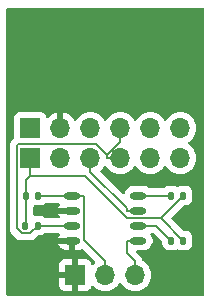
<source format=gbr>
%TF.GenerationSoftware,KiCad,Pcbnew,8.0.5*%
%TF.CreationDate,2024-11-06T12:15:13-05:00*%
%TF.ProjectId,Debug Adapter,44656275-6720-4416-9461-707465722e6b,rev?*%
%TF.SameCoordinates,Original*%
%TF.FileFunction,Copper,L2,Bot*%
%TF.FilePolarity,Positive*%
%FSLAX46Y46*%
G04 Gerber Fmt 4.6, Leading zero omitted, Abs format (unit mm)*
G04 Created by KiCad (PCBNEW 8.0.5) date 2024-11-06 12:15:13*
%MOMM*%
%LPD*%
G01*
G04 APERTURE LIST*
G04 Aperture macros list*
%AMRoundRect*
0 Rectangle with rounded corners*
0 $1 Rounding radius*
0 $2 $3 $4 $5 $6 $7 $8 $9 X,Y pos of 4 corners*
0 Add a 4 corners polygon primitive as box body*
4,1,4,$2,$3,$4,$5,$6,$7,$8,$9,$2,$3,0*
0 Add four circle primitives for the rounded corners*
1,1,$1+$1,$2,$3*
1,1,$1+$1,$4,$5*
1,1,$1+$1,$6,$7*
1,1,$1+$1,$8,$9*
0 Add four rect primitives between the rounded corners*
20,1,$1+$1,$2,$3,$4,$5,0*
20,1,$1+$1,$4,$5,$6,$7,0*
20,1,$1+$1,$6,$7,$8,$9,0*
20,1,$1+$1,$8,$9,$2,$3,0*%
G04 Aperture macros list end*
%TA.AperFunction,ComponentPad*%
%ADD10R,1.700000X1.700000*%
%TD*%
%TA.AperFunction,ComponentPad*%
%ADD11O,1.700000X1.700000*%
%TD*%
%TA.AperFunction,SMDPad,CuDef*%
%ADD12RoundRect,0.135000X0.135000X0.185000X-0.135000X0.185000X-0.135000X-0.185000X0.135000X-0.185000X0*%
%TD*%
%TA.AperFunction,SMDPad,CuDef*%
%ADD13O,1.400000X0.600000*%
%TD*%
%TA.AperFunction,ViaPad*%
%ADD14C,0.600000*%
%TD*%
%TA.AperFunction,Conductor*%
%ADD15C,0.200000*%
%TD*%
G04 APERTURE END LIST*
D10*
%TO.P,J3,1,Pin_1*%
%TO.N,+5V*%
X134620000Y-76200000D03*
D11*
%TO.P,J3,2,Pin_2*%
%TO.N,GND*%
X137160000Y-76200000D03*
%TO.P,J3,3,Pin_3*%
%TO.N,TXD*%
X139700000Y-76200000D03*
%TO.P,J3,4,Pin_4*%
%TO.N,RXD*%
X142240000Y-76200000D03*
%TO.P,J3,5,Pin_5*%
%TO.N,CTS*%
X144780000Y-76200000D03*
%TO.P,J3,6,Pin_6*%
X147320000Y-76200000D03*
%TD*%
D10*
%TO.P,J1,1,Pin_1*%
%TO.N,GND*%
X138430000Y-88646000D03*
D11*
%TO.P,J1,2,Pin_2*%
%TO.N,RXD Reflow*%
X140970000Y-88646000D03*
%TO.P,J1,3,Pin_3*%
%TO.N,TXD Reflow*%
X143510000Y-88646000D03*
%TD*%
D12*
%TO.P,R1,1*%
%TO.N,+5V*%
X147576000Y-81915000D03*
%TO.P,R1,2*%
%TO.N,Net-(R1-Pad2)*%
X146556000Y-81915000D03*
%TD*%
D10*
%TO.P,J2,1,Pin_1*%
%TO.N,+5V*%
X134620000Y-78740000D03*
D11*
%TO.P,J2,2,Pin_2*%
%TO.N,GND*%
X137160000Y-78740000D03*
%TO.P,J2,3,Pin_3*%
%TO.N,TXD*%
X139700000Y-78740000D03*
%TO.P,J2,4,Pin_4*%
%TO.N,RXD*%
X142240000Y-78740000D03*
%TO.P,J2,5,Pin_5*%
%TO.N,CTS*%
X144780000Y-78740000D03*
%TO.P,J2,6,Pin_6*%
X147320000Y-78740000D03*
%TD*%
D12*
%TO.P,R4,1*%
%TO.N,RXD Reflow*%
X135307800Y-81915000D03*
%TO.P,R4,2*%
%TO.N,+5V*%
X134287800Y-81915000D03*
%TD*%
%TO.P,R2,1*%
%TO.N,+5V*%
X147576000Y-85725000D03*
%TO.P,R2,2*%
%TO.N,Net-(R2-Pad2)*%
X146556000Y-85725000D03*
%TD*%
%TO.P,R3,1*%
%TO.N,RXD*%
X135231600Y-84455000D03*
%TO.P,R3,2*%
%TO.N,+5V*%
X134211600Y-84455000D03*
%TD*%
D13*
%TO.P,U1,1*%
%TO.N,Net-(R1-Pad2)*%
X143770000Y-81915000D03*
%TO.P,U1,2*%
%TO.N,TXD*%
X143770000Y-83185000D03*
%TO.P,U1,3*%
%TO.N,Net-(R2-Pad2)*%
X143770000Y-84455000D03*
%TO.P,U1,4*%
%TO.N,TXD Reflow*%
X143770000Y-85725000D03*
%TO.P,U1,5*%
%TO.N,GND*%
X138170000Y-85725000D03*
%TO.P,U1,6*%
%TO.N,RXD*%
X138170000Y-84455000D03*
%TO.P,U1,7*%
%TO.N,GND*%
X138170000Y-83185000D03*
%TO.P,U1,8*%
%TO.N,RXD Reflow*%
X138170000Y-81915000D03*
%TD*%
D14*
%TO.N,GND*%
X136321800Y-83185000D03*
%TD*%
D15*
%TO.N,Net-(R2-Pad2)*%
X145286000Y-84455000D02*
X146556000Y-85725000D01*
X143770000Y-84455000D02*
X145286000Y-84455000D01*
%TO.N,Net-(R1-Pad2)*%
X143770000Y-81915000D02*
X146556000Y-81915000D01*
%TO.N,+5V*%
X134287800Y-84378800D02*
X134287800Y-81915000D01*
X134211600Y-84455000D02*
X134287800Y-84378800D01*
X134620000Y-78740000D02*
X134620000Y-79891700D01*
X134620000Y-80236600D02*
X134620000Y-79891700D01*
X134287800Y-80568800D02*
X134620000Y-80236600D01*
X134287800Y-81915000D02*
X134287800Y-80568800D01*
X147576000Y-85725000D02*
X145671000Y-83820000D01*
X142803300Y-83820000D02*
X145671000Y-83820000D01*
X139219900Y-80236600D02*
X142803300Y-83820000D01*
X134620000Y-80236600D02*
X139219900Y-80236600D01*
X145671000Y-83820000D02*
X147576000Y-81915000D01*
%TO.N,RXD*%
X142240000Y-78740000D02*
X141088300Y-78740000D01*
X138170000Y-84455000D02*
X135231600Y-84455000D01*
X142240000Y-76200000D02*
X142240000Y-77351700D01*
X142208100Y-77351700D02*
X141088300Y-78471500D01*
X142240000Y-77351700D02*
X142208100Y-77351700D01*
X140197600Y-77580800D02*
X141088300Y-78471500D01*
X133579200Y-77580800D02*
X140197600Y-77580800D01*
X133468300Y-77691700D02*
X133579200Y-77580800D01*
X133468300Y-84675700D02*
X133468300Y-77691700D01*
X133895800Y-85103200D02*
X133468300Y-84675700D01*
X134583400Y-85103200D02*
X133895800Y-85103200D01*
X135231600Y-84455000D02*
X134583400Y-85103200D01*
X141088300Y-78471500D02*
X141088300Y-78740000D01*
%TO.N,TXD*%
X142768300Y-82960000D02*
X139700000Y-79891700D01*
X142768300Y-83185000D02*
X142768300Y-82960000D01*
X143770000Y-83185000D02*
X142768300Y-83185000D01*
X139700000Y-78740000D02*
X139700000Y-79891700D01*
%TO.N,RXD Reflow*%
X135307800Y-81915000D02*
X138170000Y-81915000D01*
X139171700Y-85696000D02*
X140970000Y-87494300D01*
X139171700Y-81915000D02*
X139171700Y-85696000D01*
X138170000Y-81915000D02*
X139171700Y-81915000D01*
X140970000Y-88646000D02*
X140970000Y-87494300D01*
%TO.N,TXD Reflow*%
X142768300Y-86752600D02*
X143510000Y-87494300D01*
X142768300Y-85725000D02*
X142768300Y-86752600D01*
X143770000Y-85725000D02*
X142768300Y-85725000D01*
X143510000Y-88646000D02*
X143510000Y-87494300D01*
%TD*%
%TA.AperFunction,Conductor*%
%TO.N,GND*%
G36*
X137090245Y-82535185D02*
G01*
X137136000Y-82587989D01*
X137145944Y-82657147D01*
X137126308Y-82708391D01*
X137061052Y-82806051D01*
X137061047Y-82806061D01*
X137007639Y-82934999D01*
X137007639Y-82935000D01*
X138296000Y-82935000D01*
X138363039Y-82954685D01*
X138408794Y-83007489D01*
X138420000Y-83059000D01*
X138420000Y-83311000D01*
X138400315Y-83378039D01*
X138347511Y-83423794D01*
X138296000Y-83435000D01*
X137007639Y-83435000D01*
X137061047Y-83563938D01*
X137061052Y-83563948D01*
X137126308Y-83661609D01*
X137147186Y-83728286D01*
X137128702Y-83795666D01*
X137076723Y-83842357D01*
X137023206Y-83854500D01*
X135901195Y-83854500D01*
X135834156Y-83834815D01*
X135813518Y-83818185D01*
X135759198Y-83763865D01*
X135620993Y-83682131D01*
X135620988Y-83682129D01*
X135466808Y-83637335D01*
X135466802Y-83637334D01*
X135430781Y-83634500D01*
X135032430Y-83634500D01*
X135032416Y-83634501D01*
X135022019Y-83635319D01*
X134953643Y-83620949D01*
X134903890Y-83571894D01*
X134888300Y-83511700D01*
X134888300Y-82844274D01*
X134907985Y-82777235D01*
X134960789Y-82731480D01*
X135029947Y-82721536D01*
X135046886Y-82725195D01*
X135072596Y-82732665D01*
X135108619Y-82735500D01*
X135506980Y-82735499D01*
X135543004Y-82732665D01*
X135697193Y-82687869D01*
X135835398Y-82606135D01*
X135889715Y-82551817D01*
X135951036Y-82518334D01*
X135977395Y-82515500D01*
X137023206Y-82515500D01*
X137090245Y-82535185D01*
G37*
%TD.AperFunction*%
%TA.AperFunction,Conductor*%
G36*
X137353039Y-78200985D02*
G01*
X137398794Y-78253789D01*
X137410000Y-78305300D01*
X137410000Y-78306988D01*
X137352993Y-78274075D01*
X137225826Y-78240000D01*
X137094174Y-78240000D01*
X136967007Y-78274075D01*
X136910000Y-78306988D01*
X136910000Y-78305300D01*
X136929685Y-78238261D01*
X136982489Y-78192506D01*
X137034000Y-78181300D01*
X137286000Y-78181300D01*
X137353039Y-78200985D01*
G37*
%TD.AperFunction*%
%TA.AperFunction,Conductor*%
G36*
X137410000Y-76856300D02*
G01*
X137390315Y-76923339D01*
X137337511Y-76969094D01*
X137286000Y-76980300D01*
X137034000Y-76980300D01*
X136966961Y-76960615D01*
X136921206Y-76907811D01*
X136910000Y-76856300D01*
X136910000Y-76633012D01*
X136967007Y-76665925D01*
X137094174Y-76700000D01*
X137225826Y-76700000D01*
X137352993Y-76665925D01*
X137410000Y-76633012D01*
X137410000Y-76856300D01*
G37*
%TD.AperFunction*%
%TA.AperFunction,Conductor*%
G36*
X149302539Y-66059685D02*
G01*
X149348294Y-66112489D01*
X149359500Y-66164000D01*
X149359500Y-90255500D01*
X149339815Y-90322539D01*
X149287011Y-90368294D01*
X149235500Y-90379500D01*
X132704500Y-90379500D01*
X132637461Y-90359815D01*
X132591706Y-90307011D01*
X132580500Y-90255500D01*
X132580500Y-85975000D01*
X137007639Y-85975000D01*
X137061047Y-86103938D01*
X137061052Y-86103948D01*
X137148598Y-86234969D01*
X137148601Y-86234973D01*
X137260026Y-86346398D01*
X137260030Y-86346401D01*
X137391051Y-86433947D01*
X137391060Y-86433952D01*
X137536648Y-86494256D01*
X137536656Y-86494258D01*
X137691202Y-86524999D01*
X137691206Y-86525000D01*
X137920000Y-86525000D01*
X137920000Y-85975000D01*
X137007639Y-85975000D01*
X132580500Y-85975000D01*
X132580500Y-84754754D01*
X132867798Y-84754754D01*
X132867799Y-84754757D01*
X132908723Y-84907485D01*
X132908724Y-84907487D01*
X132908723Y-84907487D01*
X132918547Y-84924501D01*
X132918548Y-84924502D01*
X132987777Y-85044412D01*
X132987781Y-85044417D01*
X133106649Y-85163285D01*
X133106655Y-85163290D01*
X133410939Y-85467574D01*
X133410949Y-85467585D01*
X133415279Y-85471915D01*
X133415280Y-85471916D01*
X133527084Y-85583720D01*
X133613895Y-85633839D01*
X133613897Y-85633841D01*
X133664013Y-85662776D01*
X133664015Y-85662777D01*
X133816742Y-85703700D01*
X133816743Y-85703700D01*
X134496731Y-85703700D01*
X134496747Y-85703701D01*
X134504343Y-85703701D01*
X134662454Y-85703701D01*
X134662457Y-85703701D01*
X134815185Y-85662777D01*
X134865304Y-85633839D01*
X134952116Y-85583720D01*
X135063920Y-85471916D01*
X135063921Y-85471913D01*
X135224018Y-85311815D01*
X135285339Y-85278333D01*
X135311697Y-85275499D01*
X135430768Y-85275499D01*
X135430780Y-85275499D01*
X135466804Y-85272665D01*
X135620993Y-85227869D01*
X135759198Y-85146135D01*
X135813515Y-85091817D01*
X135874836Y-85058334D01*
X135901195Y-85055500D01*
X137023206Y-85055500D01*
X137090245Y-85075185D01*
X137136000Y-85127989D01*
X137145944Y-85197147D01*
X137126308Y-85248391D01*
X137061052Y-85346051D01*
X137061047Y-85346061D01*
X137007639Y-85474999D01*
X137007639Y-85475000D01*
X138296000Y-85475000D01*
X138363039Y-85494685D01*
X138408794Y-85547489D01*
X138420000Y-85599000D01*
X138420000Y-86525000D01*
X138648794Y-86525000D01*
X138648797Y-86524999D01*
X138803343Y-86494258D01*
X138803351Y-86494256D01*
X138951219Y-86433008D01*
X139020689Y-86425539D01*
X139083168Y-86456814D01*
X139086353Y-86459888D01*
X140078603Y-87452138D01*
X140112088Y-87513461D01*
X140107104Y-87583153D01*
X140078603Y-87627501D01*
X139976284Y-87729819D01*
X139914961Y-87763303D01*
X139845269Y-87758319D01*
X139789336Y-87716447D01*
X139772421Y-87685470D01*
X139723354Y-87553913D01*
X139723350Y-87553906D01*
X139637190Y-87438812D01*
X139637187Y-87438809D01*
X139522093Y-87352649D01*
X139522086Y-87352645D01*
X139387379Y-87302403D01*
X139387372Y-87302401D01*
X139327844Y-87296000D01*
X138680000Y-87296000D01*
X138680000Y-88212988D01*
X138622993Y-88180075D01*
X138495826Y-88146000D01*
X138364174Y-88146000D01*
X138237007Y-88180075D01*
X138180000Y-88212988D01*
X138180000Y-87296000D01*
X137532155Y-87296000D01*
X137472627Y-87302401D01*
X137472620Y-87302403D01*
X137337913Y-87352645D01*
X137337906Y-87352649D01*
X137222812Y-87438809D01*
X137222809Y-87438812D01*
X137136649Y-87553906D01*
X137136645Y-87553913D01*
X137086403Y-87688620D01*
X137086401Y-87688627D01*
X137080000Y-87748155D01*
X137080000Y-88396000D01*
X137996988Y-88396000D01*
X137964075Y-88453007D01*
X137930000Y-88580174D01*
X137930000Y-88711826D01*
X137964075Y-88838993D01*
X137996988Y-88896000D01*
X137080000Y-88896000D01*
X137080000Y-89543844D01*
X137086401Y-89603372D01*
X137086403Y-89603379D01*
X137136645Y-89738086D01*
X137136649Y-89738093D01*
X137222809Y-89853187D01*
X137222812Y-89853190D01*
X137337906Y-89939350D01*
X137337913Y-89939354D01*
X137472620Y-89989596D01*
X137472627Y-89989598D01*
X137532155Y-89995999D01*
X137532172Y-89996000D01*
X138180000Y-89996000D01*
X138180000Y-89079012D01*
X138237007Y-89111925D01*
X138364174Y-89146000D01*
X138495826Y-89146000D01*
X138622993Y-89111925D01*
X138680000Y-89079012D01*
X138680000Y-89996000D01*
X139327828Y-89996000D01*
X139327844Y-89995999D01*
X139387372Y-89989598D01*
X139387379Y-89989596D01*
X139522086Y-89939354D01*
X139522093Y-89939350D01*
X139637187Y-89853190D01*
X139637190Y-89853187D01*
X139723350Y-89738093D01*
X139723354Y-89738086D01*
X139772422Y-89606529D01*
X139814293Y-89550595D01*
X139879757Y-89526178D01*
X139948030Y-89541030D01*
X139976285Y-89562181D01*
X140098599Y-89684495D01*
X140175135Y-89738086D01*
X140292165Y-89820032D01*
X140292167Y-89820033D01*
X140292170Y-89820035D01*
X140506337Y-89919903D01*
X140734592Y-89981063D01*
X140905319Y-89996000D01*
X140969999Y-90001659D01*
X140970000Y-90001659D01*
X140970001Y-90001659D01*
X141034681Y-89996000D01*
X141205408Y-89981063D01*
X141433663Y-89919903D01*
X141647830Y-89820035D01*
X141841401Y-89684495D01*
X142008495Y-89517401D01*
X142138425Y-89331842D01*
X142193002Y-89288217D01*
X142262500Y-89281023D01*
X142324855Y-89312546D01*
X142341575Y-89331842D01*
X142471500Y-89517395D01*
X142471505Y-89517401D01*
X142638599Y-89684495D01*
X142715135Y-89738086D01*
X142832165Y-89820032D01*
X142832167Y-89820033D01*
X142832170Y-89820035D01*
X143046337Y-89919903D01*
X143274592Y-89981063D01*
X143445319Y-89996000D01*
X143509999Y-90001659D01*
X143510000Y-90001659D01*
X143510001Y-90001659D01*
X143574681Y-89996000D01*
X143745408Y-89981063D01*
X143973663Y-89919903D01*
X144187830Y-89820035D01*
X144381401Y-89684495D01*
X144548495Y-89517401D01*
X144684035Y-89323830D01*
X144783903Y-89109663D01*
X144845063Y-88881408D01*
X144865659Y-88646000D01*
X144845063Y-88410592D01*
X144783903Y-88182337D01*
X144684035Y-87968171D01*
X144678425Y-87960158D01*
X144548494Y-87774597D01*
X144381402Y-87607506D01*
X144381395Y-87607501D01*
X144187831Y-87471965D01*
X144187829Y-87471964D01*
X144169231Y-87463292D01*
X144116792Y-87417120D01*
X144101861Y-87383002D01*
X144082552Y-87310935D01*
X144082552Y-87310934D01*
X144069578Y-87262517D01*
X144069577Y-87262516D01*
X144069577Y-87262515D01*
X144040639Y-87212395D01*
X143990520Y-87125584D01*
X143878716Y-87013780D01*
X143878715Y-87013779D01*
X143874385Y-87009449D01*
X143874374Y-87009439D01*
X143602116Y-86737181D01*
X143568631Y-86675858D01*
X143573615Y-86606166D01*
X143615487Y-86550233D01*
X143680951Y-86525816D01*
X143689797Y-86525500D01*
X144248844Y-86525500D01*
X144248845Y-86525499D01*
X144403497Y-86494737D01*
X144549179Y-86434394D01*
X144549841Y-86433952D01*
X144576513Y-86416130D01*
X144680289Y-86346789D01*
X144791789Y-86235289D01*
X144879394Y-86104179D01*
X144939737Y-85958497D01*
X144970500Y-85803842D01*
X144970500Y-85646158D01*
X144970500Y-85646155D01*
X144970499Y-85646153D01*
X144940370Y-85494685D01*
X144939737Y-85491503D01*
X144929830Y-85467585D01*
X144879397Y-85345827D01*
X144879390Y-85345814D01*
X144814294Y-85248391D01*
X144793416Y-85181713D01*
X144811901Y-85114333D01*
X144863879Y-85067643D01*
X144917396Y-85055500D01*
X144985903Y-85055500D01*
X145052942Y-85075185D01*
X145073584Y-85091819D01*
X145749181Y-85767416D01*
X145782666Y-85828739D01*
X145785500Y-85855096D01*
X145785500Y-85974168D01*
X145785501Y-85974192D01*
X145788335Y-86010205D01*
X145833129Y-86164388D01*
X145833131Y-86164393D01*
X145914863Y-86302595D01*
X145914869Y-86302603D01*
X146028396Y-86416130D01*
X146028400Y-86416133D01*
X146028402Y-86416135D01*
X146166607Y-86497869D01*
X146166614Y-86497871D01*
X146320791Y-86542664D01*
X146320794Y-86542664D01*
X146320796Y-86542665D01*
X146356819Y-86545500D01*
X146755180Y-86545499D01*
X146791204Y-86542665D01*
X146945393Y-86497869D01*
X147002882Y-86463869D01*
X147070602Y-86446688D01*
X147129117Y-86463869D01*
X147186607Y-86497869D01*
X147186610Y-86497869D01*
X147186612Y-86497871D01*
X147340791Y-86542664D01*
X147340794Y-86542664D01*
X147340796Y-86542665D01*
X147376819Y-86545500D01*
X147775180Y-86545499D01*
X147811204Y-86542665D01*
X147965393Y-86497869D01*
X148103598Y-86416135D01*
X148217135Y-86302598D01*
X148298869Y-86164393D01*
X148343665Y-86010204D01*
X148346500Y-85974181D01*
X148346499Y-85475820D01*
X148343665Y-85439796D01*
X148298869Y-85285607D01*
X148217135Y-85147402D01*
X148217133Y-85147400D01*
X148217130Y-85147396D01*
X148103603Y-85033869D01*
X148103595Y-85033863D01*
X147965393Y-84952131D01*
X147965388Y-84952129D01*
X147811208Y-84907335D01*
X147811202Y-84907334D01*
X147775188Y-84904500D01*
X147775181Y-84904500D01*
X147656097Y-84904500D01*
X147589058Y-84884815D01*
X147568416Y-84868181D01*
X146607915Y-83907680D01*
X146574430Y-83846357D01*
X146579414Y-83776665D01*
X146607911Y-83732323D01*
X147568416Y-82771817D01*
X147629739Y-82738333D01*
X147656097Y-82735499D01*
X147775168Y-82735499D01*
X147775180Y-82735499D01*
X147811204Y-82732665D01*
X147965393Y-82687869D01*
X148103598Y-82606135D01*
X148217135Y-82492598D01*
X148298869Y-82354393D01*
X148343665Y-82200204D01*
X148346500Y-82164181D01*
X148346499Y-81665820D01*
X148343665Y-81629796D01*
X148298869Y-81475607D01*
X148217135Y-81337402D01*
X148217133Y-81337400D01*
X148217130Y-81337396D01*
X148103603Y-81223869D01*
X148103595Y-81223863D01*
X147965393Y-81142131D01*
X147965388Y-81142129D01*
X147811208Y-81097335D01*
X147811202Y-81097334D01*
X147775181Y-81094500D01*
X147376830Y-81094500D01*
X147376808Y-81094501D01*
X147340794Y-81097335D01*
X147186611Y-81142129D01*
X147186604Y-81142132D01*
X147129119Y-81176128D01*
X147061395Y-81193309D01*
X147002881Y-81176128D01*
X146945395Y-81142132D01*
X146945388Y-81142129D01*
X146791208Y-81097335D01*
X146791202Y-81097334D01*
X146755181Y-81094500D01*
X146356830Y-81094500D01*
X146356808Y-81094501D01*
X146320794Y-81097335D01*
X146166611Y-81142129D01*
X146166606Y-81142131D01*
X146028404Y-81223863D01*
X146028400Y-81223866D01*
X146001243Y-81251023D01*
X145974084Y-81278182D01*
X145912764Y-81311666D01*
X145886405Y-81314500D01*
X144749766Y-81314500D01*
X144682727Y-81294815D01*
X144680875Y-81293602D01*
X144549185Y-81205609D01*
X144549172Y-81205602D01*
X144403501Y-81145264D01*
X144403489Y-81145261D01*
X144248845Y-81114500D01*
X144248842Y-81114500D01*
X143291158Y-81114500D01*
X143291155Y-81114500D01*
X143136510Y-81145261D01*
X143136498Y-81145264D01*
X142990827Y-81205602D01*
X142990814Y-81205609D01*
X142859711Y-81293210D01*
X142859707Y-81293213D01*
X142748213Y-81404707D01*
X142748210Y-81404711D01*
X142660609Y-81535814D01*
X142660602Y-81535827D01*
X142600262Y-81681503D01*
X142599517Y-81683961D01*
X142598776Y-81685090D01*
X142597932Y-81687130D01*
X142597545Y-81686969D01*
X142561217Y-81742398D01*
X142497404Y-81770852D01*
X142428337Y-81760289D01*
X142393177Y-81735642D01*
X140591396Y-79933861D01*
X140557911Y-79872538D01*
X140562895Y-79802846D01*
X140591392Y-79758503D01*
X140738495Y-79611401D01*
X140868427Y-79425838D01*
X140923000Y-79382216D01*
X140992499Y-79375022D01*
X141054854Y-79406544D01*
X141071572Y-79425838D01*
X141201505Y-79611401D01*
X141368599Y-79778495D01*
X141403376Y-79802846D01*
X141562165Y-79914032D01*
X141562167Y-79914033D01*
X141562170Y-79914035D01*
X141776337Y-80013903D01*
X142004592Y-80075063D01*
X142192918Y-80091539D01*
X142239999Y-80095659D01*
X142240000Y-80095659D01*
X142240001Y-80095659D01*
X142279234Y-80092226D01*
X142475408Y-80075063D01*
X142703663Y-80013903D01*
X142917830Y-79914035D01*
X143111401Y-79778495D01*
X143278495Y-79611401D01*
X143408426Y-79425841D01*
X143463002Y-79382217D01*
X143532500Y-79375023D01*
X143594855Y-79406546D01*
X143611575Y-79425842D01*
X143741500Y-79611395D01*
X143741505Y-79611401D01*
X143908599Y-79778495D01*
X143943376Y-79802846D01*
X144102165Y-79914032D01*
X144102167Y-79914033D01*
X144102170Y-79914035D01*
X144316337Y-80013903D01*
X144544592Y-80075063D01*
X144732918Y-80091539D01*
X144779999Y-80095659D01*
X144780000Y-80095659D01*
X144780001Y-80095659D01*
X144819234Y-80092226D01*
X145015408Y-80075063D01*
X145243663Y-80013903D01*
X145457830Y-79914035D01*
X145651401Y-79778495D01*
X145818495Y-79611401D01*
X145948426Y-79425841D01*
X146003002Y-79382217D01*
X146072500Y-79375023D01*
X146134855Y-79406546D01*
X146151575Y-79425842D01*
X146281500Y-79611395D01*
X146281505Y-79611401D01*
X146448599Y-79778495D01*
X146483376Y-79802846D01*
X146642165Y-79914032D01*
X146642167Y-79914033D01*
X146642170Y-79914035D01*
X146856337Y-80013903D01*
X147084592Y-80075063D01*
X147272918Y-80091539D01*
X147319999Y-80095659D01*
X147320000Y-80095659D01*
X147320001Y-80095659D01*
X147359234Y-80092226D01*
X147555408Y-80075063D01*
X147783663Y-80013903D01*
X147997830Y-79914035D01*
X148191401Y-79778495D01*
X148358495Y-79611401D01*
X148494035Y-79417830D01*
X148593903Y-79203663D01*
X148655063Y-78975408D01*
X148675659Y-78740000D01*
X148655063Y-78504592D01*
X148593903Y-78276337D01*
X148494035Y-78062171D01*
X148488425Y-78054158D01*
X148358494Y-77868597D01*
X148191402Y-77701506D01*
X148191396Y-77701501D01*
X148005842Y-77571575D01*
X147962217Y-77516998D01*
X147955023Y-77447500D01*
X147986546Y-77385145D01*
X148005842Y-77368425D01*
X148028026Y-77352891D01*
X148191401Y-77238495D01*
X148358495Y-77071401D01*
X148494035Y-76877830D01*
X148593903Y-76663663D01*
X148655063Y-76435408D01*
X148675659Y-76200000D01*
X148655063Y-75964592D01*
X148593903Y-75736337D01*
X148494035Y-75522171D01*
X148488731Y-75514595D01*
X148358494Y-75328597D01*
X148191402Y-75161506D01*
X148191395Y-75161501D01*
X147997834Y-75025967D01*
X147997830Y-75025965D01*
X147997828Y-75025964D01*
X147783663Y-74926097D01*
X147783659Y-74926096D01*
X147783655Y-74926094D01*
X147555413Y-74864938D01*
X147555403Y-74864936D01*
X147320001Y-74844341D01*
X147319999Y-74844341D01*
X147084596Y-74864936D01*
X147084586Y-74864938D01*
X146856344Y-74926094D01*
X146856335Y-74926098D01*
X146642171Y-75025964D01*
X146642169Y-75025965D01*
X146448597Y-75161505D01*
X146281505Y-75328597D01*
X146151575Y-75514158D01*
X146096998Y-75557783D01*
X146027500Y-75564977D01*
X145965145Y-75533454D01*
X145948425Y-75514158D01*
X145818494Y-75328597D01*
X145651402Y-75161506D01*
X145651395Y-75161501D01*
X145457834Y-75025967D01*
X145457830Y-75025965D01*
X145457828Y-75025964D01*
X145243663Y-74926097D01*
X145243659Y-74926096D01*
X145243655Y-74926094D01*
X145015413Y-74864938D01*
X145015403Y-74864936D01*
X144780001Y-74844341D01*
X144779999Y-74844341D01*
X144544596Y-74864936D01*
X144544586Y-74864938D01*
X144316344Y-74926094D01*
X144316335Y-74926098D01*
X144102171Y-75025964D01*
X144102169Y-75025965D01*
X143908597Y-75161505D01*
X143741505Y-75328597D01*
X143611575Y-75514158D01*
X143556998Y-75557783D01*
X143487500Y-75564977D01*
X143425145Y-75533454D01*
X143408425Y-75514158D01*
X143278494Y-75328597D01*
X143111402Y-75161506D01*
X143111395Y-75161501D01*
X142917834Y-75025967D01*
X142917830Y-75025965D01*
X142917828Y-75025964D01*
X142703663Y-74926097D01*
X142703659Y-74926096D01*
X142703655Y-74926094D01*
X142475413Y-74864938D01*
X142475403Y-74864936D01*
X142240001Y-74844341D01*
X142239999Y-74844341D01*
X142004596Y-74864936D01*
X142004586Y-74864938D01*
X141776344Y-74926094D01*
X141776335Y-74926098D01*
X141562171Y-75025964D01*
X141562169Y-75025965D01*
X141368597Y-75161505D01*
X141201505Y-75328597D01*
X141071575Y-75514158D01*
X141016998Y-75557783D01*
X140947500Y-75564977D01*
X140885145Y-75533454D01*
X140868425Y-75514158D01*
X140738494Y-75328597D01*
X140571402Y-75161506D01*
X140571395Y-75161501D01*
X140377834Y-75025967D01*
X140377830Y-75025965D01*
X140377828Y-75025964D01*
X140163663Y-74926097D01*
X140163659Y-74926096D01*
X140163655Y-74926094D01*
X139935413Y-74864938D01*
X139935403Y-74864936D01*
X139700001Y-74844341D01*
X139699999Y-74844341D01*
X139464596Y-74864936D01*
X139464586Y-74864938D01*
X139236344Y-74926094D01*
X139236335Y-74926098D01*
X139022171Y-75025964D01*
X139022169Y-75025965D01*
X138828597Y-75161505D01*
X138661508Y-75328594D01*
X138531269Y-75514595D01*
X138476692Y-75558219D01*
X138407193Y-75565412D01*
X138344839Y-75533890D01*
X138328119Y-75514594D01*
X138198113Y-75328926D01*
X138198108Y-75328920D01*
X138031082Y-75161894D01*
X137837578Y-75026399D01*
X137623492Y-74926570D01*
X137623486Y-74926567D01*
X137410000Y-74869364D01*
X137410000Y-75766988D01*
X137352993Y-75734075D01*
X137225826Y-75700000D01*
X137094174Y-75700000D01*
X136967007Y-75734075D01*
X136910000Y-75766988D01*
X136910000Y-74869364D01*
X136909999Y-74869364D01*
X136696513Y-74926567D01*
X136696507Y-74926570D01*
X136482422Y-75026399D01*
X136482420Y-75026400D01*
X136288926Y-75161886D01*
X136166865Y-75283947D01*
X136105542Y-75317431D01*
X136035850Y-75312447D01*
X135979917Y-75270575D01*
X135963002Y-75239598D01*
X135913797Y-75107671D01*
X135913793Y-75107664D01*
X135827547Y-74992455D01*
X135827544Y-74992452D01*
X135712335Y-74906206D01*
X135712328Y-74906202D01*
X135577482Y-74855908D01*
X135577483Y-74855908D01*
X135517883Y-74849501D01*
X135517881Y-74849500D01*
X135517873Y-74849500D01*
X135517864Y-74849500D01*
X133722129Y-74849500D01*
X133722123Y-74849501D01*
X133662516Y-74855908D01*
X133527671Y-74906202D01*
X133527664Y-74906206D01*
X133412455Y-74992452D01*
X133412452Y-74992455D01*
X133326206Y-75107664D01*
X133326202Y-75107671D01*
X133275908Y-75242517D01*
X133269501Y-75302116D01*
X133269500Y-75302135D01*
X133269500Y-76994615D01*
X133249815Y-77061654D01*
X133215903Y-77093991D01*
X133216932Y-77095332D01*
X133210484Y-77100279D01*
X133182168Y-77128596D01*
X133099584Y-77211180D01*
X132987781Y-77322982D01*
X132987777Y-77322987D01*
X132949377Y-77389500D01*
X132949377Y-77389501D01*
X132908723Y-77459914D01*
X132899992Y-77492500D01*
X132867799Y-77612643D01*
X132867799Y-77612645D01*
X132867799Y-77780746D01*
X132867800Y-77780759D01*
X132867800Y-84589030D01*
X132867799Y-84589048D01*
X132867799Y-84754754D01*
X132867798Y-84754754D01*
X132580500Y-84754754D01*
X132580500Y-66164000D01*
X132600185Y-66096961D01*
X132652989Y-66051206D01*
X132704500Y-66040000D01*
X149235500Y-66040000D01*
X149302539Y-66059685D01*
G37*
%TD.AperFunction*%
%TD*%
M02*

</source>
